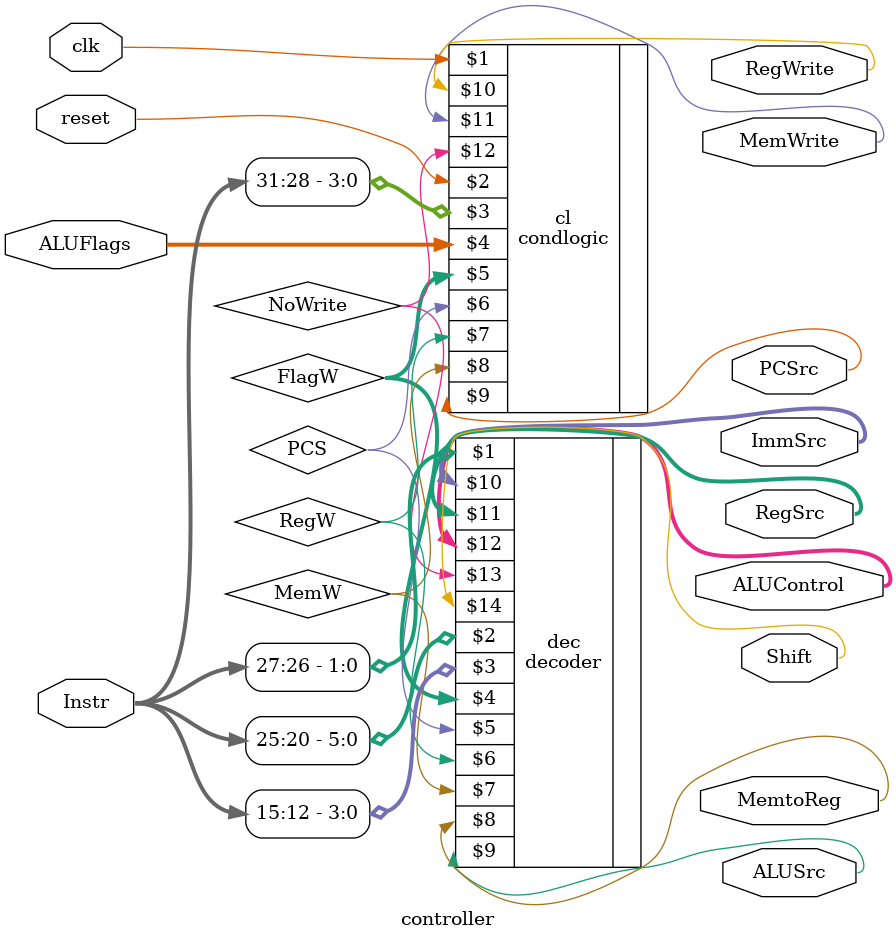
<source format=sv>
/*
 * This module is the Control Unit of ARM single-cycle processor
 */ 
module controller(input logic clk, reset,
						input logic [31:12] Instr,
						input logic [3:0] ALUFlags,
						output logic [1:0] RegSrc,
						output logic RegWrite,
						output logic [1:0] ImmSrc,
						output logic ALUSrc,
						output logic [2:0] ALUControl,		//Cambio
						output logic MemWrite, MemtoReg,
						output logic PCSrc,
						output logic Shift);		//LSL, LSR, ASR, ROR, MOV
	logic [1:0] FlagW;
	logic PCS, RegW, MemW;
	logic NoWrite;		//CMP

	decoder dec(Instr[27:26], Instr[25:20], Instr[15:12],
					FlagW, PCS, RegW, MemW,
					MemtoReg, ALUSrc, ImmSrc, RegSrc, ALUControl,
					NoWrite,		//CMP
					Shift);		//LSL, LSR, ASR, ROR, MOV

	condlogic cl(clk, reset, Instr[31:28], ALUFlags,
					FlagW, PCS, RegW, MemW,
					PCSrc, RegWrite, MemWrite,
					NoWrite);		//CMP 

endmodule

</source>
